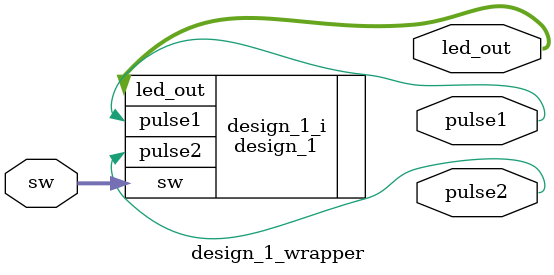
<source format=v>
`timescale 1 ps / 1 ps

module design_1_wrapper
   (led_out,
    pulse1,
    pulse2,
    sw);
  output [3:0]led_out;
  output pulse1;
  output pulse2;
  input [1:0]sw;

  wire [3:0]led_out;
  wire pulse1;
  wire pulse2;
  wire [1:0]sw;

  design_1 design_1_i
       (.led_out(led_out),
        .pulse1(pulse1),
        .pulse2(pulse2),
        .sw(sw));
endmodule

</source>
